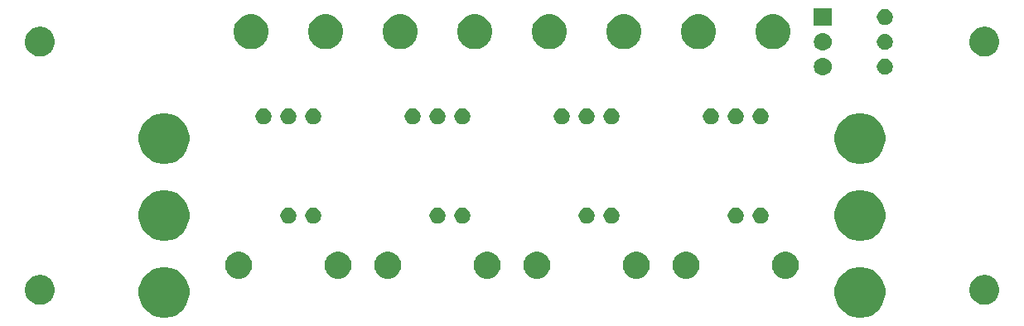
<source format=gbr>
G04 #@! TF.GenerationSoftware,KiCad,Pcbnew,(5.0.2)-1*
G04 #@! TF.CreationDate,2019-04-02T18:39:04-05:00*
G04 #@! TF.ProjectId,CameraPowerInjector_Hardware,43616d65-7261-4506-9f77-6572496e6a65,rev?*
G04 #@! TF.SameCoordinates,Original*
G04 #@! TF.FileFunction,Soldermask,Bot*
G04 #@! TF.FilePolarity,Negative*
%FSLAX46Y46*%
G04 Gerber Fmt 4.6, Leading zero omitted, Abs format (unit mm)*
G04 Created by KiCad (PCBNEW (5.0.2)-1) date 4/2/2019 6:39:04 PM*
%MOMM*%
%LPD*%
G01*
G04 APERTURE LIST*
%ADD10C,0.100000*%
G04 APERTURE END LIST*
D10*
G36*
X64088908Y-124729380D02*
X64255767Y-124762570D01*
X64727299Y-124957885D01*
X65148803Y-125239526D01*
X65151669Y-125241441D01*
X65512559Y-125602331D01*
X65512561Y-125602334D01*
X65796115Y-126026701D01*
X65991430Y-126498233D01*
X66002803Y-126555408D01*
X66091000Y-126998807D01*
X66091000Y-127509193D01*
X66048674Y-127721979D01*
X65991430Y-128009767D01*
X65796115Y-128481299D01*
X65767449Y-128524200D01*
X65512559Y-128905669D01*
X65151669Y-129266559D01*
X65151666Y-129266561D01*
X64727299Y-129550115D01*
X64255767Y-129745430D01*
X64088908Y-129778620D01*
X63755193Y-129845000D01*
X63244807Y-129845000D01*
X62911092Y-129778620D01*
X62744233Y-129745430D01*
X62272701Y-129550115D01*
X61848334Y-129266561D01*
X61848331Y-129266559D01*
X61487441Y-128905669D01*
X61232551Y-128524200D01*
X61203885Y-128481299D01*
X61008570Y-128009767D01*
X60951326Y-127721979D01*
X60909000Y-127509193D01*
X60909000Y-126998807D01*
X60997197Y-126555408D01*
X61008570Y-126498233D01*
X61203885Y-126026701D01*
X61487439Y-125602334D01*
X61487441Y-125602331D01*
X61848331Y-125241441D01*
X61851197Y-125239526D01*
X62272701Y-124957885D01*
X62744233Y-124762570D01*
X62911092Y-124729380D01*
X63244807Y-124663000D01*
X63755193Y-124663000D01*
X64088908Y-124729380D01*
X64088908Y-124729380D01*
G37*
G36*
X135208908Y-124729380D02*
X135375767Y-124762570D01*
X135847299Y-124957885D01*
X136268803Y-125239526D01*
X136271669Y-125241441D01*
X136632559Y-125602331D01*
X136632561Y-125602334D01*
X136916115Y-126026701D01*
X137111430Y-126498233D01*
X137122803Y-126555408D01*
X137211000Y-126998807D01*
X137211000Y-127509193D01*
X137168674Y-127721979D01*
X137111430Y-128009767D01*
X136916115Y-128481299D01*
X136887449Y-128524200D01*
X136632559Y-128905669D01*
X136271669Y-129266559D01*
X136271666Y-129266561D01*
X135847299Y-129550115D01*
X135375767Y-129745430D01*
X135208908Y-129778620D01*
X134875193Y-129845000D01*
X134364807Y-129845000D01*
X134031092Y-129778620D01*
X133864233Y-129745430D01*
X133392701Y-129550115D01*
X132968334Y-129266561D01*
X132968331Y-129266559D01*
X132607441Y-128905669D01*
X132352551Y-128524200D01*
X132323885Y-128481299D01*
X132128570Y-128009767D01*
X132071326Y-127721979D01*
X132029000Y-127509193D01*
X132029000Y-126998807D01*
X132117197Y-126555408D01*
X132128570Y-126498233D01*
X132323885Y-126026701D01*
X132607439Y-125602334D01*
X132607441Y-125602331D01*
X132968331Y-125241441D01*
X132971197Y-125239526D01*
X133392701Y-124957885D01*
X133864233Y-124762570D01*
X134031092Y-124729380D01*
X134364807Y-124663000D01*
X134875193Y-124663000D01*
X135208908Y-124729380D01*
X135208908Y-124729380D01*
G37*
G36*
X51097357Y-125505087D02*
X51244593Y-125534374D01*
X51521979Y-125649271D01*
X51716254Y-125779082D01*
X51771624Y-125816079D01*
X51983921Y-126028376D01*
X51983923Y-126028379D01*
X52150729Y-126278021D01*
X52265626Y-126555407D01*
X52324200Y-126849879D01*
X52324200Y-127150121D01*
X52265626Y-127444593D01*
X52150729Y-127721979D01*
X51985047Y-127969938D01*
X51983921Y-127971624D01*
X51771624Y-128183921D01*
X51771621Y-128183923D01*
X51521979Y-128350729D01*
X51244593Y-128465626D01*
X51165804Y-128481298D01*
X50950122Y-128524200D01*
X50649878Y-128524200D01*
X50434196Y-128481298D01*
X50355407Y-128465626D01*
X50078021Y-128350729D01*
X49828379Y-128183923D01*
X49828376Y-128183921D01*
X49616079Y-127971624D01*
X49614953Y-127969938D01*
X49449271Y-127721979D01*
X49334374Y-127444593D01*
X49275800Y-127150121D01*
X49275800Y-126849879D01*
X49334374Y-126555407D01*
X49449271Y-126278021D01*
X49616077Y-126028379D01*
X49616079Y-126028376D01*
X49828376Y-125816079D01*
X49883746Y-125779082D01*
X50078021Y-125649271D01*
X50355407Y-125534374D01*
X50502643Y-125505087D01*
X50649878Y-125475800D01*
X50950122Y-125475800D01*
X51097357Y-125505087D01*
X51097357Y-125505087D01*
G37*
G36*
X147617357Y-125505087D02*
X147764593Y-125534374D01*
X148041979Y-125649271D01*
X148236254Y-125779082D01*
X148291624Y-125816079D01*
X148503921Y-126028376D01*
X148503923Y-126028379D01*
X148670729Y-126278021D01*
X148785626Y-126555407D01*
X148844200Y-126849879D01*
X148844200Y-127150121D01*
X148785626Y-127444593D01*
X148670729Y-127721979D01*
X148505047Y-127969938D01*
X148503921Y-127971624D01*
X148291624Y-128183921D01*
X148291621Y-128183923D01*
X148041979Y-128350729D01*
X147764593Y-128465626D01*
X147685804Y-128481298D01*
X147470122Y-128524200D01*
X147169878Y-128524200D01*
X146954196Y-128481298D01*
X146875407Y-128465626D01*
X146598021Y-128350729D01*
X146348379Y-128183923D01*
X146348376Y-128183921D01*
X146136079Y-127971624D01*
X146134953Y-127969938D01*
X145969271Y-127721979D01*
X145854374Y-127444593D01*
X145795800Y-127150121D01*
X145795800Y-126849879D01*
X145854374Y-126555407D01*
X145969271Y-126278021D01*
X146136077Y-126028379D01*
X146136079Y-126028376D01*
X146348376Y-125816079D01*
X146403746Y-125779082D01*
X146598021Y-125649271D01*
X146875407Y-125534374D01*
X147022643Y-125505087D01*
X147169878Y-125475800D01*
X147470122Y-125475800D01*
X147617357Y-125505087D01*
X147617357Y-125505087D01*
G37*
G36*
X86760139Y-123140917D02*
X87009791Y-123244326D01*
X87234472Y-123394453D01*
X87425547Y-123585528D01*
X87575674Y-123810209D01*
X87679083Y-124059861D01*
X87731800Y-124324889D01*
X87731800Y-124595111D01*
X87679083Y-124860139D01*
X87575674Y-125109791D01*
X87425547Y-125334472D01*
X87234472Y-125525547D01*
X87009791Y-125675674D01*
X86760139Y-125779083D01*
X86495111Y-125831800D01*
X86224889Y-125831800D01*
X85959861Y-125779083D01*
X85710209Y-125675674D01*
X85485528Y-125525547D01*
X85294453Y-125334472D01*
X85144326Y-125109791D01*
X85040917Y-124860139D01*
X84988200Y-124595111D01*
X84988200Y-124324889D01*
X85040917Y-124059861D01*
X85144326Y-123810209D01*
X85294453Y-123585528D01*
X85485528Y-123394453D01*
X85710209Y-123244326D01*
X85959861Y-123140917D01*
X86224889Y-123088200D01*
X86495111Y-123088200D01*
X86760139Y-123140917D01*
X86760139Y-123140917D01*
G37*
G36*
X81680139Y-123140917D02*
X81929791Y-123244326D01*
X82154472Y-123394453D01*
X82345547Y-123585528D01*
X82495674Y-123810209D01*
X82599083Y-124059861D01*
X82651800Y-124324889D01*
X82651800Y-124595111D01*
X82599083Y-124860139D01*
X82495674Y-125109791D01*
X82345547Y-125334472D01*
X82154472Y-125525547D01*
X81929791Y-125675674D01*
X81680139Y-125779083D01*
X81415111Y-125831800D01*
X81144889Y-125831800D01*
X80879861Y-125779083D01*
X80630209Y-125675674D01*
X80405528Y-125525547D01*
X80214453Y-125334472D01*
X80064326Y-125109791D01*
X79960917Y-124860139D01*
X79908200Y-124595111D01*
X79908200Y-124324889D01*
X79960917Y-124059861D01*
X80064326Y-123810209D01*
X80214453Y-123585528D01*
X80405528Y-123394453D01*
X80630209Y-123244326D01*
X80879861Y-123140917D01*
X81144889Y-123088200D01*
X81415111Y-123088200D01*
X81680139Y-123140917D01*
X81680139Y-123140917D01*
G37*
G36*
X71520139Y-123140917D02*
X71769791Y-123244326D01*
X71994472Y-123394453D01*
X72185547Y-123585528D01*
X72335674Y-123810209D01*
X72439083Y-124059861D01*
X72491800Y-124324889D01*
X72491800Y-124595111D01*
X72439083Y-124860139D01*
X72335674Y-125109791D01*
X72185547Y-125334472D01*
X71994472Y-125525547D01*
X71769791Y-125675674D01*
X71520139Y-125779083D01*
X71255111Y-125831800D01*
X70984889Y-125831800D01*
X70719861Y-125779083D01*
X70470209Y-125675674D01*
X70245528Y-125525547D01*
X70054453Y-125334472D01*
X69904326Y-125109791D01*
X69800917Y-124860139D01*
X69748200Y-124595111D01*
X69748200Y-124324889D01*
X69800917Y-124059861D01*
X69904326Y-123810209D01*
X70054453Y-123585528D01*
X70245528Y-123394453D01*
X70470209Y-123244326D01*
X70719861Y-123140917D01*
X70984889Y-123088200D01*
X71255111Y-123088200D01*
X71520139Y-123140917D01*
X71520139Y-123140917D01*
G37*
G36*
X96920139Y-123140917D02*
X97169791Y-123244326D01*
X97394472Y-123394453D01*
X97585547Y-123585528D01*
X97735674Y-123810209D01*
X97839083Y-124059861D01*
X97891800Y-124324889D01*
X97891800Y-124595111D01*
X97839083Y-124860139D01*
X97735674Y-125109791D01*
X97585547Y-125334472D01*
X97394472Y-125525547D01*
X97169791Y-125675674D01*
X96920139Y-125779083D01*
X96655111Y-125831800D01*
X96384889Y-125831800D01*
X96119861Y-125779083D01*
X95870209Y-125675674D01*
X95645528Y-125525547D01*
X95454453Y-125334472D01*
X95304326Y-125109791D01*
X95200917Y-124860139D01*
X95148200Y-124595111D01*
X95148200Y-124324889D01*
X95200917Y-124059861D01*
X95304326Y-123810209D01*
X95454453Y-123585528D01*
X95645528Y-123394453D01*
X95870209Y-123244326D01*
X96119861Y-123140917D01*
X96384889Y-123088200D01*
X96655111Y-123088200D01*
X96920139Y-123140917D01*
X96920139Y-123140917D01*
G37*
G36*
X112160139Y-123140917D02*
X112409791Y-123244326D01*
X112634472Y-123394453D01*
X112825547Y-123585528D01*
X112975674Y-123810209D01*
X113079083Y-124059861D01*
X113131800Y-124324889D01*
X113131800Y-124595111D01*
X113079083Y-124860139D01*
X112975674Y-125109791D01*
X112825547Y-125334472D01*
X112634472Y-125525547D01*
X112409791Y-125675674D01*
X112160139Y-125779083D01*
X111895111Y-125831800D01*
X111624889Y-125831800D01*
X111359861Y-125779083D01*
X111110209Y-125675674D01*
X110885528Y-125525547D01*
X110694453Y-125334472D01*
X110544326Y-125109791D01*
X110440917Y-124860139D01*
X110388200Y-124595111D01*
X110388200Y-124324889D01*
X110440917Y-124059861D01*
X110544326Y-123810209D01*
X110694453Y-123585528D01*
X110885528Y-123394453D01*
X111110209Y-123244326D01*
X111359861Y-123140917D01*
X111624889Y-123088200D01*
X111895111Y-123088200D01*
X112160139Y-123140917D01*
X112160139Y-123140917D01*
G37*
G36*
X102000139Y-123140917D02*
X102249791Y-123244326D01*
X102474472Y-123394453D01*
X102665547Y-123585528D01*
X102815674Y-123810209D01*
X102919083Y-124059861D01*
X102971800Y-124324889D01*
X102971800Y-124595111D01*
X102919083Y-124860139D01*
X102815674Y-125109791D01*
X102665547Y-125334472D01*
X102474472Y-125525547D01*
X102249791Y-125675674D01*
X102000139Y-125779083D01*
X101735111Y-125831800D01*
X101464889Y-125831800D01*
X101199861Y-125779083D01*
X100950209Y-125675674D01*
X100725528Y-125525547D01*
X100534453Y-125334472D01*
X100384326Y-125109791D01*
X100280917Y-124860139D01*
X100228200Y-124595111D01*
X100228200Y-124324889D01*
X100280917Y-124059861D01*
X100384326Y-123810209D01*
X100534453Y-123585528D01*
X100725528Y-123394453D01*
X100950209Y-123244326D01*
X101199861Y-123140917D01*
X101464889Y-123088200D01*
X101735111Y-123088200D01*
X102000139Y-123140917D01*
X102000139Y-123140917D01*
G37*
G36*
X117240139Y-123140917D02*
X117489791Y-123244326D01*
X117714472Y-123394453D01*
X117905547Y-123585528D01*
X118055674Y-123810209D01*
X118159083Y-124059861D01*
X118211800Y-124324889D01*
X118211800Y-124595111D01*
X118159083Y-124860139D01*
X118055674Y-125109791D01*
X117905547Y-125334472D01*
X117714472Y-125525547D01*
X117489791Y-125675674D01*
X117240139Y-125779083D01*
X116975111Y-125831800D01*
X116704889Y-125831800D01*
X116439861Y-125779083D01*
X116190209Y-125675674D01*
X115965528Y-125525547D01*
X115774453Y-125334472D01*
X115624326Y-125109791D01*
X115520917Y-124860139D01*
X115468200Y-124595111D01*
X115468200Y-124324889D01*
X115520917Y-124059861D01*
X115624326Y-123810209D01*
X115774453Y-123585528D01*
X115965528Y-123394453D01*
X116190209Y-123244326D01*
X116439861Y-123140917D01*
X116704889Y-123088200D01*
X116975111Y-123088200D01*
X117240139Y-123140917D01*
X117240139Y-123140917D01*
G37*
G36*
X127400139Y-123140917D02*
X127649791Y-123244326D01*
X127874472Y-123394453D01*
X128065547Y-123585528D01*
X128215674Y-123810209D01*
X128319083Y-124059861D01*
X128371800Y-124324889D01*
X128371800Y-124595111D01*
X128319083Y-124860139D01*
X128215674Y-125109791D01*
X128065547Y-125334472D01*
X127874472Y-125525547D01*
X127649791Y-125675674D01*
X127400139Y-125779083D01*
X127135111Y-125831800D01*
X126864889Y-125831800D01*
X126599861Y-125779083D01*
X126350209Y-125675674D01*
X126125528Y-125525547D01*
X125934453Y-125334472D01*
X125784326Y-125109791D01*
X125680917Y-124860139D01*
X125628200Y-124595111D01*
X125628200Y-124324889D01*
X125680917Y-124059861D01*
X125784326Y-123810209D01*
X125934453Y-123585528D01*
X126125528Y-123394453D01*
X126350209Y-123244326D01*
X126599861Y-123140917D01*
X126864889Y-123088200D01*
X127135111Y-123088200D01*
X127400139Y-123140917D01*
X127400139Y-123140917D01*
G37*
G36*
X135208908Y-116855380D02*
X135375767Y-116888570D01*
X135847299Y-117083885D01*
X136268803Y-117365526D01*
X136271669Y-117367441D01*
X136632559Y-117728331D01*
X136632561Y-117728334D01*
X136916115Y-118152701D01*
X137111430Y-118624233D01*
X137111430Y-118624234D01*
X137211000Y-119124807D01*
X137211000Y-119635193D01*
X137158673Y-119898257D01*
X137111430Y-120135767D01*
X136916115Y-120607299D01*
X136634474Y-121028803D01*
X136632559Y-121031669D01*
X136271669Y-121392559D01*
X136271666Y-121392561D01*
X135847299Y-121676115D01*
X135375767Y-121871430D01*
X135208908Y-121904620D01*
X134875193Y-121971000D01*
X134364807Y-121971000D01*
X134031092Y-121904620D01*
X133864233Y-121871430D01*
X133392701Y-121676115D01*
X132968334Y-121392561D01*
X132968331Y-121392559D01*
X132607441Y-121031669D01*
X132605526Y-121028803D01*
X132323885Y-120607299D01*
X132128570Y-120135767D01*
X132081327Y-119898257D01*
X132029000Y-119635193D01*
X132029000Y-119124807D01*
X132128570Y-118624234D01*
X132128570Y-118624233D01*
X132323885Y-118152701D01*
X132607439Y-117728334D01*
X132607441Y-117728331D01*
X132968331Y-117367441D01*
X132971197Y-117365526D01*
X133392701Y-117083885D01*
X133864233Y-116888570D01*
X134031092Y-116855380D01*
X134364807Y-116789000D01*
X134875193Y-116789000D01*
X135208908Y-116855380D01*
X135208908Y-116855380D01*
G37*
G36*
X64088908Y-116855380D02*
X64255767Y-116888570D01*
X64727299Y-117083885D01*
X65148803Y-117365526D01*
X65151669Y-117367441D01*
X65512559Y-117728331D01*
X65512561Y-117728334D01*
X65796115Y-118152701D01*
X65991430Y-118624233D01*
X65991430Y-118624234D01*
X66091000Y-119124807D01*
X66091000Y-119635193D01*
X66038673Y-119898257D01*
X65991430Y-120135767D01*
X65796115Y-120607299D01*
X65514474Y-121028803D01*
X65512559Y-121031669D01*
X65151669Y-121392559D01*
X65151666Y-121392561D01*
X64727299Y-121676115D01*
X64255767Y-121871430D01*
X64088908Y-121904620D01*
X63755193Y-121971000D01*
X63244807Y-121971000D01*
X62911092Y-121904620D01*
X62744233Y-121871430D01*
X62272701Y-121676115D01*
X61848334Y-121392561D01*
X61848331Y-121392559D01*
X61487441Y-121031669D01*
X61485526Y-121028803D01*
X61203885Y-120607299D01*
X61008570Y-120135767D01*
X60961327Y-119898257D01*
X60909000Y-119635193D01*
X60909000Y-119124807D01*
X61008570Y-118624234D01*
X61008570Y-118624233D01*
X61203885Y-118152701D01*
X61487439Y-117728334D01*
X61487441Y-117728331D01*
X61848331Y-117367441D01*
X61851197Y-117365526D01*
X62272701Y-117083885D01*
X62744233Y-116888570D01*
X62911092Y-116855380D01*
X63244807Y-116789000D01*
X63755193Y-116789000D01*
X64088908Y-116855380D01*
X64088908Y-116855380D01*
G37*
G36*
X78977142Y-118598242D02*
X79125102Y-118659530D01*
X79258258Y-118748502D01*
X79371498Y-118861742D01*
X79460470Y-118994898D01*
X79521758Y-119142858D01*
X79553000Y-119299925D01*
X79553000Y-119460075D01*
X79521758Y-119617142D01*
X79460470Y-119765102D01*
X79371498Y-119898258D01*
X79258258Y-120011498D01*
X79125102Y-120100470D01*
X78977142Y-120161758D01*
X78820075Y-120193000D01*
X78659925Y-120193000D01*
X78502858Y-120161758D01*
X78354898Y-120100470D01*
X78221742Y-120011498D01*
X78108502Y-119898258D01*
X78019530Y-119765102D01*
X77958242Y-119617142D01*
X77927000Y-119460075D01*
X77927000Y-119299925D01*
X77958242Y-119142858D01*
X78019530Y-118994898D01*
X78108502Y-118861742D01*
X78221742Y-118748502D01*
X78354898Y-118659530D01*
X78502858Y-118598242D01*
X78659925Y-118567000D01*
X78820075Y-118567000D01*
X78977142Y-118598242D01*
X78977142Y-118598242D01*
G37*
G36*
X94217142Y-118598242D02*
X94365102Y-118659530D01*
X94498258Y-118748502D01*
X94611498Y-118861742D01*
X94700470Y-118994898D01*
X94761758Y-119142858D01*
X94793000Y-119299925D01*
X94793000Y-119460075D01*
X94761758Y-119617142D01*
X94700470Y-119765102D01*
X94611498Y-119898258D01*
X94498258Y-120011498D01*
X94365102Y-120100470D01*
X94217142Y-120161758D01*
X94060075Y-120193000D01*
X93899925Y-120193000D01*
X93742858Y-120161758D01*
X93594898Y-120100470D01*
X93461742Y-120011498D01*
X93348502Y-119898258D01*
X93259530Y-119765102D01*
X93198242Y-119617142D01*
X93167000Y-119460075D01*
X93167000Y-119299925D01*
X93198242Y-119142858D01*
X93259530Y-118994898D01*
X93348502Y-118861742D01*
X93461742Y-118748502D01*
X93594898Y-118659530D01*
X93742858Y-118598242D01*
X93899925Y-118567000D01*
X94060075Y-118567000D01*
X94217142Y-118598242D01*
X94217142Y-118598242D01*
G37*
G36*
X91677142Y-118598242D02*
X91825102Y-118659530D01*
X91958258Y-118748502D01*
X92071498Y-118861742D01*
X92160470Y-118994898D01*
X92221758Y-119142858D01*
X92253000Y-119299925D01*
X92253000Y-119460075D01*
X92221758Y-119617142D01*
X92160470Y-119765102D01*
X92071498Y-119898258D01*
X91958258Y-120011498D01*
X91825102Y-120100470D01*
X91677142Y-120161758D01*
X91520075Y-120193000D01*
X91359925Y-120193000D01*
X91202858Y-120161758D01*
X91054898Y-120100470D01*
X90921742Y-120011498D01*
X90808502Y-119898258D01*
X90719530Y-119765102D01*
X90658242Y-119617142D01*
X90627000Y-119460075D01*
X90627000Y-119299925D01*
X90658242Y-119142858D01*
X90719530Y-118994898D01*
X90808502Y-118861742D01*
X90921742Y-118748502D01*
X91054898Y-118659530D01*
X91202858Y-118598242D01*
X91359925Y-118567000D01*
X91520075Y-118567000D01*
X91677142Y-118598242D01*
X91677142Y-118598242D01*
G37*
G36*
X106917142Y-118598242D02*
X107065102Y-118659530D01*
X107198258Y-118748502D01*
X107311498Y-118861742D01*
X107400470Y-118994898D01*
X107461758Y-119142858D01*
X107493000Y-119299925D01*
X107493000Y-119460075D01*
X107461758Y-119617142D01*
X107400470Y-119765102D01*
X107311498Y-119898258D01*
X107198258Y-120011498D01*
X107065102Y-120100470D01*
X106917142Y-120161758D01*
X106760075Y-120193000D01*
X106599925Y-120193000D01*
X106442858Y-120161758D01*
X106294898Y-120100470D01*
X106161742Y-120011498D01*
X106048502Y-119898258D01*
X105959530Y-119765102D01*
X105898242Y-119617142D01*
X105867000Y-119460075D01*
X105867000Y-119299925D01*
X105898242Y-119142858D01*
X105959530Y-118994898D01*
X106048502Y-118861742D01*
X106161742Y-118748502D01*
X106294898Y-118659530D01*
X106442858Y-118598242D01*
X106599925Y-118567000D01*
X106760075Y-118567000D01*
X106917142Y-118598242D01*
X106917142Y-118598242D01*
G37*
G36*
X124697142Y-118598242D02*
X124845102Y-118659530D01*
X124978258Y-118748502D01*
X125091498Y-118861742D01*
X125180470Y-118994898D01*
X125241758Y-119142858D01*
X125273000Y-119299925D01*
X125273000Y-119460075D01*
X125241758Y-119617142D01*
X125180470Y-119765102D01*
X125091498Y-119898258D01*
X124978258Y-120011498D01*
X124845102Y-120100470D01*
X124697142Y-120161758D01*
X124540075Y-120193000D01*
X124379925Y-120193000D01*
X124222858Y-120161758D01*
X124074898Y-120100470D01*
X123941742Y-120011498D01*
X123828502Y-119898258D01*
X123739530Y-119765102D01*
X123678242Y-119617142D01*
X123647000Y-119460075D01*
X123647000Y-119299925D01*
X123678242Y-119142858D01*
X123739530Y-118994898D01*
X123828502Y-118861742D01*
X123941742Y-118748502D01*
X124074898Y-118659530D01*
X124222858Y-118598242D01*
X124379925Y-118567000D01*
X124540075Y-118567000D01*
X124697142Y-118598242D01*
X124697142Y-118598242D01*
G37*
G36*
X122157142Y-118598242D02*
X122305102Y-118659530D01*
X122438258Y-118748502D01*
X122551498Y-118861742D01*
X122640470Y-118994898D01*
X122701758Y-119142858D01*
X122733000Y-119299925D01*
X122733000Y-119460075D01*
X122701758Y-119617142D01*
X122640470Y-119765102D01*
X122551498Y-119898258D01*
X122438258Y-120011498D01*
X122305102Y-120100470D01*
X122157142Y-120161758D01*
X122000075Y-120193000D01*
X121839925Y-120193000D01*
X121682858Y-120161758D01*
X121534898Y-120100470D01*
X121401742Y-120011498D01*
X121288502Y-119898258D01*
X121199530Y-119765102D01*
X121138242Y-119617142D01*
X121107000Y-119460075D01*
X121107000Y-119299925D01*
X121138242Y-119142858D01*
X121199530Y-118994898D01*
X121288502Y-118861742D01*
X121401742Y-118748502D01*
X121534898Y-118659530D01*
X121682858Y-118598242D01*
X121839925Y-118567000D01*
X122000075Y-118567000D01*
X122157142Y-118598242D01*
X122157142Y-118598242D01*
G37*
G36*
X109457142Y-118598242D02*
X109605102Y-118659530D01*
X109738258Y-118748502D01*
X109851498Y-118861742D01*
X109940470Y-118994898D01*
X110001758Y-119142858D01*
X110033000Y-119299925D01*
X110033000Y-119460075D01*
X110001758Y-119617142D01*
X109940470Y-119765102D01*
X109851498Y-119898258D01*
X109738258Y-120011498D01*
X109605102Y-120100470D01*
X109457142Y-120161758D01*
X109300075Y-120193000D01*
X109139925Y-120193000D01*
X108982858Y-120161758D01*
X108834898Y-120100470D01*
X108701742Y-120011498D01*
X108588502Y-119898258D01*
X108499530Y-119765102D01*
X108438242Y-119617142D01*
X108407000Y-119460075D01*
X108407000Y-119299925D01*
X108438242Y-119142858D01*
X108499530Y-118994898D01*
X108588502Y-118861742D01*
X108701742Y-118748502D01*
X108834898Y-118659530D01*
X108982858Y-118598242D01*
X109139925Y-118567000D01*
X109300075Y-118567000D01*
X109457142Y-118598242D01*
X109457142Y-118598242D01*
G37*
G36*
X76437142Y-118598242D02*
X76585102Y-118659530D01*
X76718258Y-118748502D01*
X76831498Y-118861742D01*
X76920470Y-118994898D01*
X76981758Y-119142858D01*
X77013000Y-119299925D01*
X77013000Y-119460075D01*
X76981758Y-119617142D01*
X76920470Y-119765102D01*
X76831498Y-119898258D01*
X76718258Y-120011498D01*
X76585102Y-120100470D01*
X76437142Y-120161758D01*
X76280075Y-120193000D01*
X76119925Y-120193000D01*
X75962858Y-120161758D01*
X75814898Y-120100470D01*
X75681742Y-120011498D01*
X75568502Y-119898258D01*
X75479530Y-119765102D01*
X75418242Y-119617142D01*
X75387000Y-119460075D01*
X75387000Y-119299925D01*
X75418242Y-119142858D01*
X75479530Y-118994898D01*
X75568502Y-118861742D01*
X75681742Y-118748502D01*
X75814898Y-118659530D01*
X75962858Y-118598242D01*
X76119925Y-118567000D01*
X76280075Y-118567000D01*
X76437142Y-118598242D01*
X76437142Y-118598242D01*
G37*
G36*
X64088908Y-108981380D02*
X64255767Y-109014570D01*
X64727299Y-109209885D01*
X64862277Y-109300075D01*
X65151669Y-109493441D01*
X65512559Y-109854331D01*
X65512561Y-109854334D01*
X65796115Y-110278701D01*
X65991430Y-110750233D01*
X66091000Y-111250809D01*
X66091000Y-111761191D01*
X65991430Y-112261767D01*
X65796115Y-112733299D01*
X65514474Y-113154803D01*
X65512559Y-113157669D01*
X65151669Y-113518559D01*
X65151666Y-113518561D01*
X64727299Y-113802115D01*
X64255767Y-113997430D01*
X64088908Y-114030620D01*
X63755193Y-114097000D01*
X63244807Y-114097000D01*
X62911092Y-114030620D01*
X62744233Y-113997430D01*
X62272701Y-113802115D01*
X61848334Y-113518561D01*
X61848331Y-113518559D01*
X61487441Y-113157669D01*
X61485526Y-113154803D01*
X61203885Y-112733299D01*
X61008570Y-112261767D01*
X60909000Y-111761191D01*
X60909000Y-111250809D01*
X61008570Y-110750233D01*
X61203885Y-110278701D01*
X61487439Y-109854334D01*
X61487441Y-109854331D01*
X61848331Y-109493441D01*
X62137723Y-109300075D01*
X62272701Y-109209885D01*
X62744233Y-109014570D01*
X62911092Y-108981380D01*
X63244807Y-108915000D01*
X63755193Y-108915000D01*
X64088908Y-108981380D01*
X64088908Y-108981380D01*
G37*
G36*
X135208908Y-108981380D02*
X135375767Y-109014570D01*
X135847299Y-109209885D01*
X135982277Y-109300075D01*
X136271669Y-109493441D01*
X136632559Y-109854331D01*
X136632561Y-109854334D01*
X136916115Y-110278701D01*
X137111430Y-110750233D01*
X137211000Y-111250809D01*
X137211000Y-111761191D01*
X137111430Y-112261767D01*
X136916115Y-112733299D01*
X136634474Y-113154803D01*
X136632559Y-113157669D01*
X136271669Y-113518559D01*
X136271666Y-113518561D01*
X135847299Y-113802115D01*
X135375767Y-113997430D01*
X135208908Y-114030620D01*
X134875193Y-114097000D01*
X134364807Y-114097000D01*
X134031092Y-114030620D01*
X133864233Y-113997430D01*
X133392701Y-113802115D01*
X132968334Y-113518561D01*
X132968331Y-113518559D01*
X132607441Y-113157669D01*
X132605526Y-113154803D01*
X132323885Y-112733299D01*
X132128570Y-112261767D01*
X132029000Y-111761191D01*
X132029000Y-111250809D01*
X132128570Y-110750233D01*
X132323885Y-110278701D01*
X132607439Y-109854334D01*
X132607441Y-109854331D01*
X132968331Y-109493441D01*
X133257723Y-109300075D01*
X133392701Y-109209885D01*
X133864233Y-109014570D01*
X134031092Y-108981380D01*
X134364807Y-108915000D01*
X134875193Y-108915000D01*
X135208908Y-108981380D01*
X135208908Y-108981380D01*
G37*
G36*
X76437142Y-108438242D02*
X76585102Y-108499530D01*
X76718258Y-108588502D01*
X76831498Y-108701742D01*
X76920470Y-108834898D01*
X76981758Y-108982858D01*
X77013000Y-109139925D01*
X77013000Y-109300075D01*
X76981758Y-109457142D01*
X76966723Y-109493439D01*
X76920471Y-109605100D01*
X76831499Y-109738257D01*
X76718257Y-109851499D01*
X76714014Y-109854334D01*
X76585102Y-109940470D01*
X76437142Y-110001758D01*
X76280075Y-110033000D01*
X76119925Y-110033000D01*
X75962858Y-110001758D01*
X75814898Y-109940470D01*
X75685986Y-109854334D01*
X75681743Y-109851499D01*
X75568501Y-109738257D01*
X75479529Y-109605100D01*
X75433277Y-109493439D01*
X75418242Y-109457142D01*
X75387000Y-109300075D01*
X75387000Y-109139925D01*
X75418242Y-108982858D01*
X75479530Y-108834898D01*
X75568502Y-108701742D01*
X75681742Y-108588502D01*
X75814898Y-108499530D01*
X75962858Y-108438242D01*
X76119925Y-108407000D01*
X76280075Y-108407000D01*
X76437142Y-108438242D01*
X76437142Y-108438242D01*
G37*
G36*
X124697142Y-108438242D02*
X124845102Y-108499530D01*
X124978258Y-108588502D01*
X125091498Y-108701742D01*
X125180470Y-108834898D01*
X125241758Y-108982858D01*
X125273000Y-109139925D01*
X125273000Y-109300075D01*
X125241758Y-109457142D01*
X125226723Y-109493439D01*
X125180471Y-109605100D01*
X125091499Y-109738257D01*
X124978257Y-109851499D01*
X124974014Y-109854334D01*
X124845102Y-109940470D01*
X124697142Y-110001758D01*
X124540075Y-110033000D01*
X124379925Y-110033000D01*
X124222858Y-110001758D01*
X124074898Y-109940470D01*
X123945986Y-109854334D01*
X123941743Y-109851499D01*
X123828501Y-109738257D01*
X123739529Y-109605100D01*
X123693277Y-109493439D01*
X123678242Y-109457142D01*
X123647000Y-109300075D01*
X123647000Y-109139925D01*
X123678242Y-108982858D01*
X123739530Y-108834898D01*
X123828502Y-108701742D01*
X123941742Y-108588502D01*
X124074898Y-108499530D01*
X124222858Y-108438242D01*
X124379925Y-108407000D01*
X124540075Y-108407000D01*
X124697142Y-108438242D01*
X124697142Y-108438242D01*
G37*
G36*
X122157142Y-108438242D02*
X122305102Y-108499530D01*
X122438258Y-108588502D01*
X122551498Y-108701742D01*
X122640470Y-108834898D01*
X122701758Y-108982858D01*
X122733000Y-109139925D01*
X122733000Y-109300075D01*
X122701758Y-109457142D01*
X122686723Y-109493439D01*
X122640471Y-109605100D01*
X122551499Y-109738257D01*
X122438257Y-109851499D01*
X122434014Y-109854334D01*
X122305102Y-109940470D01*
X122157142Y-110001758D01*
X122000075Y-110033000D01*
X121839925Y-110033000D01*
X121682858Y-110001758D01*
X121534898Y-109940470D01*
X121405986Y-109854334D01*
X121401743Y-109851499D01*
X121288501Y-109738257D01*
X121199529Y-109605100D01*
X121153277Y-109493439D01*
X121138242Y-109457142D01*
X121107000Y-109300075D01*
X121107000Y-109139925D01*
X121138242Y-108982858D01*
X121199530Y-108834898D01*
X121288502Y-108701742D01*
X121401742Y-108588502D01*
X121534898Y-108499530D01*
X121682858Y-108438242D01*
X121839925Y-108407000D01*
X122000075Y-108407000D01*
X122157142Y-108438242D01*
X122157142Y-108438242D01*
G37*
G36*
X119617142Y-108438242D02*
X119765102Y-108499530D01*
X119898258Y-108588502D01*
X120011498Y-108701742D01*
X120100470Y-108834898D01*
X120161758Y-108982858D01*
X120193000Y-109139925D01*
X120193000Y-109300075D01*
X120161758Y-109457142D01*
X120146723Y-109493439D01*
X120100471Y-109605100D01*
X120011499Y-109738257D01*
X119898257Y-109851499D01*
X119894014Y-109854334D01*
X119765102Y-109940470D01*
X119617142Y-110001758D01*
X119460075Y-110033000D01*
X119299925Y-110033000D01*
X119142858Y-110001758D01*
X118994898Y-109940470D01*
X118865986Y-109854334D01*
X118861743Y-109851499D01*
X118748501Y-109738257D01*
X118659529Y-109605100D01*
X118613277Y-109493439D01*
X118598242Y-109457142D01*
X118567000Y-109300075D01*
X118567000Y-109139925D01*
X118598242Y-108982858D01*
X118659530Y-108834898D01*
X118748502Y-108701742D01*
X118861742Y-108588502D01*
X118994898Y-108499530D01*
X119142858Y-108438242D01*
X119299925Y-108407000D01*
X119460075Y-108407000D01*
X119617142Y-108438242D01*
X119617142Y-108438242D01*
G37*
G36*
X104377142Y-108438242D02*
X104525102Y-108499530D01*
X104658258Y-108588502D01*
X104771498Y-108701742D01*
X104860470Y-108834898D01*
X104921758Y-108982858D01*
X104953000Y-109139925D01*
X104953000Y-109300075D01*
X104921758Y-109457142D01*
X104906723Y-109493439D01*
X104860471Y-109605100D01*
X104771499Y-109738257D01*
X104658257Y-109851499D01*
X104654014Y-109854334D01*
X104525102Y-109940470D01*
X104377142Y-110001758D01*
X104220075Y-110033000D01*
X104059925Y-110033000D01*
X103902858Y-110001758D01*
X103754898Y-109940470D01*
X103625986Y-109854334D01*
X103621743Y-109851499D01*
X103508501Y-109738257D01*
X103419529Y-109605100D01*
X103373277Y-109493439D01*
X103358242Y-109457142D01*
X103327000Y-109300075D01*
X103327000Y-109139925D01*
X103358242Y-108982858D01*
X103419530Y-108834898D01*
X103508502Y-108701742D01*
X103621742Y-108588502D01*
X103754898Y-108499530D01*
X103902858Y-108438242D01*
X104059925Y-108407000D01*
X104220075Y-108407000D01*
X104377142Y-108438242D01*
X104377142Y-108438242D01*
G37*
G36*
X106917142Y-108438242D02*
X107065102Y-108499530D01*
X107198258Y-108588502D01*
X107311498Y-108701742D01*
X107400470Y-108834898D01*
X107461758Y-108982858D01*
X107493000Y-109139925D01*
X107493000Y-109300075D01*
X107461758Y-109457142D01*
X107446723Y-109493439D01*
X107400471Y-109605100D01*
X107311499Y-109738257D01*
X107198257Y-109851499D01*
X107194014Y-109854334D01*
X107065102Y-109940470D01*
X106917142Y-110001758D01*
X106760075Y-110033000D01*
X106599925Y-110033000D01*
X106442858Y-110001758D01*
X106294898Y-109940470D01*
X106165986Y-109854334D01*
X106161743Y-109851499D01*
X106048501Y-109738257D01*
X105959529Y-109605100D01*
X105913277Y-109493439D01*
X105898242Y-109457142D01*
X105867000Y-109300075D01*
X105867000Y-109139925D01*
X105898242Y-108982858D01*
X105959530Y-108834898D01*
X106048502Y-108701742D01*
X106161742Y-108588502D01*
X106294898Y-108499530D01*
X106442858Y-108438242D01*
X106599925Y-108407000D01*
X106760075Y-108407000D01*
X106917142Y-108438242D01*
X106917142Y-108438242D01*
G37*
G36*
X94217142Y-108438242D02*
X94365102Y-108499530D01*
X94498258Y-108588502D01*
X94611498Y-108701742D01*
X94700470Y-108834898D01*
X94761758Y-108982858D01*
X94793000Y-109139925D01*
X94793000Y-109300075D01*
X94761758Y-109457142D01*
X94746723Y-109493439D01*
X94700471Y-109605100D01*
X94611499Y-109738257D01*
X94498257Y-109851499D01*
X94494014Y-109854334D01*
X94365102Y-109940470D01*
X94217142Y-110001758D01*
X94060075Y-110033000D01*
X93899925Y-110033000D01*
X93742858Y-110001758D01*
X93594898Y-109940470D01*
X93465986Y-109854334D01*
X93461743Y-109851499D01*
X93348501Y-109738257D01*
X93259529Y-109605100D01*
X93213277Y-109493439D01*
X93198242Y-109457142D01*
X93167000Y-109300075D01*
X93167000Y-109139925D01*
X93198242Y-108982858D01*
X93259530Y-108834898D01*
X93348502Y-108701742D01*
X93461742Y-108588502D01*
X93594898Y-108499530D01*
X93742858Y-108438242D01*
X93899925Y-108407000D01*
X94060075Y-108407000D01*
X94217142Y-108438242D01*
X94217142Y-108438242D01*
G37*
G36*
X89137142Y-108438242D02*
X89285102Y-108499530D01*
X89418258Y-108588502D01*
X89531498Y-108701742D01*
X89620470Y-108834898D01*
X89681758Y-108982858D01*
X89713000Y-109139925D01*
X89713000Y-109300075D01*
X89681758Y-109457142D01*
X89666723Y-109493439D01*
X89620471Y-109605100D01*
X89531499Y-109738257D01*
X89418257Y-109851499D01*
X89414014Y-109854334D01*
X89285102Y-109940470D01*
X89137142Y-110001758D01*
X88980075Y-110033000D01*
X88819925Y-110033000D01*
X88662858Y-110001758D01*
X88514898Y-109940470D01*
X88385986Y-109854334D01*
X88381743Y-109851499D01*
X88268501Y-109738257D01*
X88179529Y-109605100D01*
X88133277Y-109493439D01*
X88118242Y-109457142D01*
X88087000Y-109300075D01*
X88087000Y-109139925D01*
X88118242Y-108982858D01*
X88179530Y-108834898D01*
X88268502Y-108701742D01*
X88381742Y-108588502D01*
X88514898Y-108499530D01*
X88662858Y-108438242D01*
X88819925Y-108407000D01*
X88980075Y-108407000D01*
X89137142Y-108438242D01*
X89137142Y-108438242D01*
G37*
G36*
X73897142Y-108438242D02*
X74045102Y-108499530D01*
X74178258Y-108588502D01*
X74291498Y-108701742D01*
X74380470Y-108834898D01*
X74441758Y-108982858D01*
X74473000Y-109139925D01*
X74473000Y-109300075D01*
X74441758Y-109457142D01*
X74426723Y-109493439D01*
X74380471Y-109605100D01*
X74291499Y-109738257D01*
X74178257Y-109851499D01*
X74174014Y-109854334D01*
X74045102Y-109940470D01*
X73897142Y-110001758D01*
X73740075Y-110033000D01*
X73579925Y-110033000D01*
X73422858Y-110001758D01*
X73274898Y-109940470D01*
X73145986Y-109854334D01*
X73141743Y-109851499D01*
X73028501Y-109738257D01*
X72939529Y-109605100D01*
X72893277Y-109493439D01*
X72878242Y-109457142D01*
X72847000Y-109300075D01*
X72847000Y-109139925D01*
X72878242Y-108982858D01*
X72939530Y-108834898D01*
X73028502Y-108701742D01*
X73141742Y-108588502D01*
X73274898Y-108499530D01*
X73422858Y-108438242D01*
X73579925Y-108407000D01*
X73740075Y-108407000D01*
X73897142Y-108438242D01*
X73897142Y-108438242D01*
G37*
G36*
X78977142Y-108438242D02*
X79125102Y-108499530D01*
X79258258Y-108588502D01*
X79371498Y-108701742D01*
X79460470Y-108834898D01*
X79521758Y-108982858D01*
X79553000Y-109139925D01*
X79553000Y-109300075D01*
X79521758Y-109457142D01*
X79506723Y-109493439D01*
X79460471Y-109605100D01*
X79371499Y-109738257D01*
X79258257Y-109851499D01*
X79254014Y-109854334D01*
X79125102Y-109940470D01*
X78977142Y-110001758D01*
X78820075Y-110033000D01*
X78659925Y-110033000D01*
X78502858Y-110001758D01*
X78354898Y-109940470D01*
X78225986Y-109854334D01*
X78221743Y-109851499D01*
X78108501Y-109738257D01*
X78019529Y-109605100D01*
X77973277Y-109493439D01*
X77958242Y-109457142D01*
X77927000Y-109300075D01*
X77927000Y-109139925D01*
X77958242Y-108982858D01*
X78019530Y-108834898D01*
X78108502Y-108701742D01*
X78221742Y-108588502D01*
X78354898Y-108499530D01*
X78502858Y-108438242D01*
X78659925Y-108407000D01*
X78820075Y-108407000D01*
X78977142Y-108438242D01*
X78977142Y-108438242D01*
G37*
G36*
X91677142Y-108438242D02*
X91825102Y-108499530D01*
X91958258Y-108588502D01*
X92071498Y-108701742D01*
X92160470Y-108834898D01*
X92221758Y-108982858D01*
X92253000Y-109139925D01*
X92253000Y-109300075D01*
X92221758Y-109457142D01*
X92206723Y-109493439D01*
X92160471Y-109605100D01*
X92071499Y-109738257D01*
X91958257Y-109851499D01*
X91954014Y-109854334D01*
X91825102Y-109940470D01*
X91677142Y-110001758D01*
X91520075Y-110033000D01*
X91359925Y-110033000D01*
X91202858Y-110001758D01*
X91054898Y-109940470D01*
X90925986Y-109854334D01*
X90921743Y-109851499D01*
X90808501Y-109738257D01*
X90719529Y-109605100D01*
X90673277Y-109493439D01*
X90658242Y-109457142D01*
X90627000Y-109300075D01*
X90627000Y-109139925D01*
X90658242Y-108982858D01*
X90719530Y-108834898D01*
X90808502Y-108701742D01*
X90921742Y-108588502D01*
X91054898Y-108499530D01*
X91202858Y-108438242D01*
X91359925Y-108407000D01*
X91520075Y-108407000D01*
X91677142Y-108438242D01*
X91677142Y-108438242D01*
G37*
G36*
X109457142Y-108438242D02*
X109605102Y-108499530D01*
X109738258Y-108588502D01*
X109851498Y-108701742D01*
X109940470Y-108834898D01*
X110001758Y-108982858D01*
X110033000Y-109139925D01*
X110033000Y-109300075D01*
X110001758Y-109457142D01*
X109986723Y-109493439D01*
X109940471Y-109605100D01*
X109851499Y-109738257D01*
X109738257Y-109851499D01*
X109734014Y-109854334D01*
X109605102Y-109940470D01*
X109457142Y-110001758D01*
X109300075Y-110033000D01*
X109139925Y-110033000D01*
X108982858Y-110001758D01*
X108834898Y-109940470D01*
X108705986Y-109854334D01*
X108701743Y-109851499D01*
X108588501Y-109738257D01*
X108499529Y-109605100D01*
X108453277Y-109493439D01*
X108438242Y-109457142D01*
X108407000Y-109300075D01*
X108407000Y-109139925D01*
X108438242Y-108982858D01*
X108499530Y-108834898D01*
X108588502Y-108701742D01*
X108701742Y-108588502D01*
X108834898Y-108499530D01*
X108982858Y-108438242D01*
X109139925Y-108407000D01*
X109300075Y-108407000D01*
X109457142Y-108438242D01*
X109457142Y-108438242D01*
G37*
G36*
X130920443Y-103245519D02*
X130986627Y-103252037D01*
X131099853Y-103286384D01*
X131156467Y-103303557D01*
X131258774Y-103358242D01*
X131312991Y-103387222D01*
X131348729Y-103416552D01*
X131450186Y-103499814D01*
X131533448Y-103601271D01*
X131562778Y-103637009D01*
X131562779Y-103637011D01*
X131646443Y-103793533D01*
X131646443Y-103793534D01*
X131697963Y-103963373D01*
X131715359Y-104140000D01*
X131697963Y-104316627D01*
X131663616Y-104429853D01*
X131646443Y-104486467D01*
X131572348Y-104625087D01*
X131562778Y-104642991D01*
X131533448Y-104678729D01*
X131450186Y-104780186D01*
X131352358Y-104860470D01*
X131312991Y-104892778D01*
X131312989Y-104892779D01*
X131156467Y-104976443D01*
X131099853Y-104993616D01*
X130986627Y-105027963D01*
X130920442Y-105034482D01*
X130854260Y-105041000D01*
X130765740Y-105041000D01*
X130699557Y-105034481D01*
X130633373Y-105027963D01*
X130520147Y-104993616D01*
X130463533Y-104976443D01*
X130307011Y-104892779D01*
X130307009Y-104892778D01*
X130267642Y-104860470D01*
X130169814Y-104780186D01*
X130086552Y-104678729D01*
X130057222Y-104642991D01*
X130047652Y-104625087D01*
X129973557Y-104486467D01*
X129956384Y-104429853D01*
X129922037Y-104316627D01*
X129904641Y-104140000D01*
X129922037Y-103963373D01*
X129973557Y-103793534D01*
X129973557Y-103793533D01*
X130057221Y-103637011D01*
X130057222Y-103637009D01*
X130086552Y-103601271D01*
X130169814Y-103499814D01*
X130271271Y-103416552D01*
X130307009Y-103387222D01*
X130361226Y-103358242D01*
X130463533Y-103303557D01*
X130520147Y-103286384D01*
X130633373Y-103252037D01*
X130699558Y-103245518D01*
X130765740Y-103239000D01*
X130854260Y-103239000D01*
X130920443Y-103245519D01*
X130920443Y-103245519D01*
G37*
G36*
X137397142Y-103358242D02*
X137545102Y-103419530D01*
X137612130Y-103464317D01*
X137678257Y-103508501D01*
X137791499Y-103621743D01*
X137835683Y-103687870D01*
X137880470Y-103754898D01*
X137941758Y-103902858D01*
X137973000Y-104059925D01*
X137973000Y-104220075D01*
X137941758Y-104377142D01*
X137896474Y-104486466D01*
X137880471Y-104525100D01*
X137791499Y-104658257D01*
X137678257Y-104771499D01*
X137612130Y-104815683D01*
X137545102Y-104860470D01*
X137397142Y-104921758D01*
X137240075Y-104953000D01*
X137079925Y-104953000D01*
X136922858Y-104921758D01*
X136774898Y-104860470D01*
X136707870Y-104815683D01*
X136641743Y-104771499D01*
X136528501Y-104658257D01*
X136439529Y-104525100D01*
X136423526Y-104486466D01*
X136378242Y-104377142D01*
X136347000Y-104220075D01*
X136347000Y-104059925D01*
X136378242Y-103902858D01*
X136439530Y-103754898D01*
X136484317Y-103687870D01*
X136528501Y-103621743D01*
X136641743Y-103508501D01*
X136707870Y-103464317D01*
X136774898Y-103419530D01*
X136922858Y-103358242D01*
X137079925Y-103327000D01*
X137240075Y-103327000D01*
X137397142Y-103358242D01*
X137397142Y-103358242D01*
G37*
G36*
X51097357Y-100105087D02*
X51244593Y-100134374D01*
X51521979Y-100249271D01*
X51761146Y-100409078D01*
X51771624Y-100416079D01*
X51983921Y-100628376D01*
X51983923Y-100628379D01*
X52150729Y-100878021D01*
X52265626Y-101155407D01*
X52265626Y-101155408D01*
X52324200Y-101449878D01*
X52324200Y-101750122D01*
X52306890Y-101837143D01*
X52265626Y-102044593D01*
X52150729Y-102321979D01*
X51985047Y-102569938D01*
X51983921Y-102571624D01*
X51771624Y-102783921D01*
X51771621Y-102783923D01*
X51521979Y-102950729D01*
X51244593Y-103065626D01*
X51097357Y-103094913D01*
X50950122Y-103124200D01*
X50649878Y-103124200D01*
X50502643Y-103094913D01*
X50355407Y-103065626D01*
X50078021Y-102950729D01*
X49828379Y-102783923D01*
X49828376Y-102783921D01*
X49616079Y-102571624D01*
X49614953Y-102569938D01*
X49449271Y-102321979D01*
X49334374Y-102044593D01*
X49293110Y-101837143D01*
X49275800Y-101750122D01*
X49275800Y-101449878D01*
X49334374Y-101155408D01*
X49334374Y-101155407D01*
X49449271Y-100878021D01*
X49616077Y-100628379D01*
X49616079Y-100628376D01*
X49828376Y-100416079D01*
X49838854Y-100409078D01*
X50078021Y-100249271D01*
X50355407Y-100134374D01*
X50502643Y-100105087D01*
X50649878Y-100075800D01*
X50950122Y-100075800D01*
X51097357Y-100105087D01*
X51097357Y-100105087D01*
G37*
G36*
X147617357Y-100105087D02*
X147764593Y-100134374D01*
X148041979Y-100249271D01*
X148281146Y-100409078D01*
X148291624Y-100416079D01*
X148503921Y-100628376D01*
X148503923Y-100628379D01*
X148670729Y-100878021D01*
X148785626Y-101155407D01*
X148785626Y-101155408D01*
X148844200Y-101449878D01*
X148844200Y-101750122D01*
X148826890Y-101837143D01*
X148785626Y-102044593D01*
X148670729Y-102321979D01*
X148505047Y-102569938D01*
X148503921Y-102571624D01*
X148291624Y-102783921D01*
X148291621Y-102783923D01*
X148041979Y-102950729D01*
X147764593Y-103065626D01*
X147617357Y-103094913D01*
X147470122Y-103124200D01*
X147169878Y-103124200D01*
X147022643Y-103094913D01*
X146875407Y-103065626D01*
X146598021Y-102950729D01*
X146348379Y-102783923D01*
X146348376Y-102783921D01*
X146136079Y-102571624D01*
X146134953Y-102569938D01*
X145969271Y-102321979D01*
X145854374Y-102044593D01*
X145813110Y-101837143D01*
X145795800Y-101750122D01*
X145795800Y-101449878D01*
X145854374Y-101155408D01*
X145854374Y-101155407D01*
X145969271Y-100878021D01*
X146136077Y-100628379D01*
X146136079Y-100628376D01*
X146348376Y-100416079D01*
X146358854Y-100409078D01*
X146598021Y-100249271D01*
X146875407Y-100134374D01*
X147022643Y-100105087D01*
X147169878Y-100075800D01*
X147470122Y-100075800D01*
X147617357Y-100105087D01*
X147617357Y-100105087D01*
G37*
G36*
X130920443Y-100705519D02*
X130986627Y-100712037D01*
X131099853Y-100746384D01*
X131156467Y-100763557D01*
X131258774Y-100818242D01*
X131312991Y-100847222D01*
X131348729Y-100876552D01*
X131450186Y-100959814D01*
X131533448Y-101061271D01*
X131562778Y-101097009D01*
X131565467Y-101102040D01*
X131646443Y-101253533D01*
X131646443Y-101253534D01*
X131697963Y-101423373D01*
X131715359Y-101600000D01*
X131697963Y-101776627D01*
X131663616Y-101889853D01*
X131646443Y-101946467D01*
X131593993Y-102044592D01*
X131562778Y-102102991D01*
X131533448Y-102138729D01*
X131450186Y-102240186D01*
X131352358Y-102320470D01*
X131312991Y-102352778D01*
X131312989Y-102352779D01*
X131156467Y-102436443D01*
X131099853Y-102453616D01*
X130986627Y-102487963D01*
X130920442Y-102494482D01*
X130854260Y-102501000D01*
X130765740Y-102501000D01*
X130699558Y-102494482D01*
X130633373Y-102487963D01*
X130520147Y-102453616D01*
X130463533Y-102436443D01*
X130307011Y-102352779D01*
X130307009Y-102352778D01*
X130267642Y-102320470D01*
X130169814Y-102240186D01*
X130086552Y-102138729D01*
X130057222Y-102102991D01*
X130026007Y-102044592D01*
X129973557Y-101946467D01*
X129956384Y-101889853D01*
X129922037Y-101776627D01*
X129904641Y-101600000D01*
X129922037Y-101423373D01*
X129973557Y-101253534D01*
X129973557Y-101253533D01*
X130054533Y-101102040D01*
X130057222Y-101097009D01*
X130086552Y-101061271D01*
X130169814Y-100959814D01*
X130271271Y-100876552D01*
X130307009Y-100847222D01*
X130361226Y-100818242D01*
X130463533Y-100763557D01*
X130520147Y-100746384D01*
X130633373Y-100712037D01*
X130699557Y-100705519D01*
X130765740Y-100699000D01*
X130854260Y-100699000D01*
X130920443Y-100705519D01*
X130920443Y-100705519D01*
G37*
G36*
X137397142Y-100818242D02*
X137511583Y-100865646D01*
X137541462Y-100878022D01*
X137545102Y-100879530D01*
X137612130Y-100924317D01*
X137678257Y-100968501D01*
X137791499Y-101081743D01*
X137805059Y-101102037D01*
X137880470Y-101214898D01*
X137941758Y-101362858D01*
X137973000Y-101519925D01*
X137973000Y-101680075D01*
X137941758Y-101837142D01*
X137896474Y-101946466D01*
X137880471Y-101985100D01*
X137791499Y-102118257D01*
X137678257Y-102231499D01*
X137612130Y-102275683D01*
X137545102Y-102320470D01*
X137545101Y-102320471D01*
X137545100Y-102320471D01*
X137541459Y-102321979D01*
X137397142Y-102381758D01*
X137240075Y-102413000D01*
X137079925Y-102413000D01*
X136922858Y-102381758D01*
X136778541Y-102321979D01*
X136774900Y-102320471D01*
X136774899Y-102320471D01*
X136774898Y-102320470D01*
X136707870Y-102275683D01*
X136641743Y-102231499D01*
X136528501Y-102118257D01*
X136439529Y-101985100D01*
X136423526Y-101946466D01*
X136378242Y-101837142D01*
X136347000Y-101680075D01*
X136347000Y-101519925D01*
X136378242Y-101362858D01*
X136439530Y-101214898D01*
X136514941Y-101102037D01*
X136528501Y-101081743D01*
X136641743Y-100968501D01*
X136707870Y-100924317D01*
X136774898Y-100879530D01*
X136778539Y-100878022D01*
X136808417Y-100865646D01*
X136922858Y-100818242D01*
X137079925Y-100787000D01*
X137240075Y-100787000D01*
X137397142Y-100818242D01*
X137397142Y-100818242D01*
G37*
G36*
X88148037Y-98876250D02*
X88148039Y-98876251D01*
X88148040Y-98876251D01*
X88471251Y-99010129D01*
X88471252Y-99010130D01*
X88762137Y-99204493D01*
X89009507Y-99451863D01*
X89009509Y-99451866D01*
X89203871Y-99742749D01*
X89294273Y-99961000D01*
X89337750Y-100065963D01*
X89406000Y-100409078D01*
X89406000Y-100758922D01*
X89338750Y-101097011D01*
X89337749Y-101102040D01*
X89203871Y-101425251D01*
X89187415Y-101449879D01*
X89009507Y-101716137D01*
X88762137Y-101963507D01*
X88762134Y-101963509D01*
X88471251Y-102157871D01*
X88148040Y-102291749D01*
X88148039Y-102291749D01*
X88148037Y-102291750D01*
X87804922Y-102360000D01*
X87455078Y-102360000D01*
X87111963Y-102291750D01*
X87111961Y-102291749D01*
X87111960Y-102291749D01*
X86788749Y-102157871D01*
X86497866Y-101963509D01*
X86497863Y-101963507D01*
X86250493Y-101716137D01*
X86072585Y-101449879D01*
X86056129Y-101425251D01*
X85922251Y-101102040D01*
X85921251Y-101097011D01*
X85854000Y-100758922D01*
X85854000Y-100409078D01*
X85922250Y-100065963D01*
X85965727Y-99961000D01*
X86056129Y-99742749D01*
X86250491Y-99451866D01*
X86250493Y-99451863D01*
X86497863Y-99204493D01*
X86788748Y-99010130D01*
X86788749Y-99010129D01*
X87111960Y-98876251D01*
X87111961Y-98876251D01*
X87111963Y-98876250D01*
X87455078Y-98808000D01*
X87804922Y-98808000D01*
X88148037Y-98876250D01*
X88148037Y-98876250D01*
G37*
G36*
X126248037Y-98876250D02*
X126248039Y-98876251D01*
X126248040Y-98876251D01*
X126571251Y-99010129D01*
X126571252Y-99010130D01*
X126862137Y-99204493D01*
X127109507Y-99451863D01*
X127109509Y-99451866D01*
X127303871Y-99742749D01*
X127394273Y-99961000D01*
X127437750Y-100065963D01*
X127506000Y-100409078D01*
X127506000Y-100758922D01*
X127438750Y-101097011D01*
X127437749Y-101102040D01*
X127303871Y-101425251D01*
X127287415Y-101449879D01*
X127109507Y-101716137D01*
X126862137Y-101963507D01*
X126862134Y-101963509D01*
X126571251Y-102157871D01*
X126248040Y-102291749D01*
X126248039Y-102291749D01*
X126248037Y-102291750D01*
X125904922Y-102360000D01*
X125555078Y-102360000D01*
X125211963Y-102291750D01*
X125211961Y-102291749D01*
X125211960Y-102291749D01*
X124888749Y-102157871D01*
X124597866Y-101963509D01*
X124597863Y-101963507D01*
X124350493Y-101716137D01*
X124172585Y-101449879D01*
X124156129Y-101425251D01*
X124022251Y-101102040D01*
X124021251Y-101097011D01*
X123954000Y-100758922D01*
X123954000Y-100409078D01*
X124022250Y-100065963D01*
X124065727Y-99961000D01*
X124156129Y-99742749D01*
X124350491Y-99451866D01*
X124350493Y-99451863D01*
X124597863Y-99204493D01*
X124888748Y-99010130D01*
X124888749Y-99010129D01*
X125211960Y-98876251D01*
X125211961Y-98876251D01*
X125211963Y-98876250D01*
X125555078Y-98808000D01*
X125904922Y-98808000D01*
X126248037Y-98876250D01*
X126248037Y-98876250D01*
G37*
G36*
X118628037Y-98876250D02*
X118628039Y-98876251D01*
X118628040Y-98876251D01*
X118951251Y-99010129D01*
X118951252Y-99010130D01*
X119242137Y-99204493D01*
X119489507Y-99451863D01*
X119489509Y-99451866D01*
X119683871Y-99742749D01*
X119774273Y-99961000D01*
X119817750Y-100065963D01*
X119886000Y-100409078D01*
X119886000Y-100758922D01*
X119818750Y-101097011D01*
X119817749Y-101102040D01*
X119683871Y-101425251D01*
X119667415Y-101449879D01*
X119489507Y-101716137D01*
X119242137Y-101963507D01*
X119242134Y-101963509D01*
X118951251Y-102157871D01*
X118628040Y-102291749D01*
X118628039Y-102291749D01*
X118628037Y-102291750D01*
X118284922Y-102360000D01*
X117935078Y-102360000D01*
X117591963Y-102291750D01*
X117591961Y-102291749D01*
X117591960Y-102291749D01*
X117268749Y-102157871D01*
X116977866Y-101963509D01*
X116977863Y-101963507D01*
X116730493Y-101716137D01*
X116552585Y-101449879D01*
X116536129Y-101425251D01*
X116402251Y-101102040D01*
X116401251Y-101097011D01*
X116334000Y-100758922D01*
X116334000Y-100409078D01*
X116402250Y-100065963D01*
X116445727Y-99961000D01*
X116536129Y-99742749D01*
X116730491Y-99451866D01*
X116730493Y-99451863D01*
X116977863Y-99204493D01*
X117268748Y-99010130D01*
X117268749Y-99010129D01*
X117591960Y-98876251D01*
X117591961Y-98876251D01*
X117591963Y-98876250D01*
X117935078Y-98808000D01*
X118284922Y-98808000D01*
X118628037Y-98876250D01*
X118628037Y-98876250D01*
G37*
G36*
X111008037Y-98876250D02*
X111008039Y-98876251D01*
X111008040Y-98876251D01*
X111331251Y-99010129D01*
X111331252Y-99010130D01*
X111622137Y-99204493D01*
X111869507Y-99451863D01*
X111869509Y-99451866D01*
X112063871Y-99742749D01*
X112154273Y-99961000D01*
X112197750Y-100065963D01*
X112266000Y-100409078D01*
X112266000Y-100758922D01*
X112198750Y-101097011D01*
X112197749Y-101102040D01*
X112063871Y-101425251D01*
X112047415Y-101449879D01*
X111869507Y-101716137D01*
X111622137Y-101963507D01*
X111622134Y-101963509D01*
X111331251Y-102157871D01*
X111008040Y-102291749D01*
X111008039Y-102291749D01*
X111008037Y-102291750D01*
X110664922Y-102360000D01*
X110315078Y-102360000D01*
X109971963Y-102291750D01*
X109971961Y-102291749D01*
X109971960Y-102291749D01*
X109648749Y-102157871D01*
X109357866Y-101963509D01*
X109357863Y-101963507D01*
X109110493Y-101716137D01*
X108932585Y-101449879D01*
X108916129Y-101425251D01*
X108782251Y-101102040D01*
X108781251Y-101097011D01*
X108714000Y-100758922D01*
X108714000Y-100409078D01*
X108782250Y-100065963D01*
X108825727Y-99961000D01*
X108916129Y-99742749D01*
X109110491Y-99451866D01*
X109110493Y-99451863D01*
X109357863Y-99204493D01*
X109648748Y-99010130D01*
X109648749Y-99010129D01*
X109971960Y-98876251D01*
X109971961Y-98876251D01*
X109971963Y-98876250D01*
X110315078Y-98808000D01*
X110664922Y-98808000D01*
X111008037Y-98876250D01*
X111008037Y-98876250D01*
G37*
G36*
X103388037Y-98876250D02*
X103388039Y-98876251D01*
X103388040Y-98876251D01*
X103711251Y-99010129D01*
X103711252Y-99010130D01*
X104002137Y-99204493D01*
X104249507Y-99451863D01*
X104249509Y-99451866D01*
X104443871Y-99742749D01*
X104534273Y-99961000D01*
X104577750Y-100065963D01*
X104646000Y-100409078D01*
X104646000Y-100758922D01*
X104578750Y-101097011D01*
X104577749Y-101102040D01*
X104443871Y-101425251D01*
X104427415Y-101449879D01*
X104249507Y-101716137D01*
X104002137Y-101963507D01*
X104002134Y-101963509D01*
X103711251Y-102157871D01*
X103388040Y-102291749D01*
X103388039Y-102291749D01*
X103388037Y-102291750D01*
X103044922Y-102360000D01*
X102695078Y-102360000D01*
X102351963Y-102291750D01*
X102351961Y-102291749D01*
X102351960Y-102291749D01*
X102028749Y-102157871D01*
X101737866Y-101963509D01*
X101737863Y-101963507D01*
X101490493Y-101716137D01*
X101312585Y-101449879D01*
X101296129Y-101425251D01*
X101162251Y-101102040D01*
X101161251Y-101097011D01*
X101094000Y-100758922D01*
X101094000Y-100409078D01*
X101162250Y-100065963D01*
X101205727Y-99961000D01*
X101296129Y-99742749D01*
X101490491Y-99451866D01*
X101490493Y-99451863D01*
X101737863Y-99204493D01*
X102028748Y-99010130D01*
X102028749Y-99010129D01*
X102351960Y-98876251D01*
X102351961Y-98876251D01*
X102351963Y-98876250D01*
X102695078Y-98808000D01*
X103044922Y-98808000D01*
X103388037Y-98876250D01*
X103388037Y-98876250D01*
G37*
G36*
X95768037Y-98876250D02*
X95768039Y-98876251D01*
X95768040Y-98876251D01*
X96091251Y-99010129D01*
X96091252Y-99010130D01*
X96382137Y-99204493D01*
X96629507Y-99451863D01*
X96629509Y-99451866D01*
X96823871Y-99742749D01*
X96914273Y-99961000D01*
X96957750Y-100065963D01*
X97026000Y-100409078D01*
X97026000Y-100758922D01*
X96958750Y-101097011D01*
X96957749Y-101102040D01*
X96823871Y-101425251D01*
X96807415Y-101449879D01*
X96629507Y-101716137D01*
X96382137Y-101963507D01*
X96382134Y-101963509D01*
X96091251Y-102157871D01*
X95768040Y-102291749D01*
X95768039Y-102291749D01*
X95768037Y-102291750D01*
X95424922Y-102360000D01*
X95075078Y-102360000D01*
X94731963Y-102291750D01*
X94731961Y-102291749D01*
X94731960Y-102291749D01*
X94408749Y-102157871D01*
X94117866Y-101963509D01*
X94117863Y-101963507D01*
X93870493Y-101716137D01*
X93692585Y-101449879D01*
X93676129Y-101425251D01*
X93542251Y-101102040D01*
X93541251Y-101097011D01*
X93474000Y-100758922D01*
X93474000Y-100409078D01*
X93542250Y-100065963D01*
X93585727Y-99961000D01*
X93676129Y-99742749D01*
X93870491Y-99451866D01*
X93870493Y-99451863D01*
X94117863Y-99204493D01*
X94408748Y-99010130D01*
X94408749Y-99010129D01*
X94731960Y-98876251D01*
X94731961Y-98876251D01*
X94731963Y-98876250D01*
X95075078Y-98808000D01*
X95424922Y-98808000D01*
X95768037Y-98876250D01*
X95768037Y-98876250D01*
G37*
G36*
X80528037Y-98876250D02*
X80528039Y-98876251D01*
X80528040Y-98876251D01*
X80851251Y-99010129D01*
X80851252Y-99010130D01*
X81142137Y-99204493D01*
X81389507Y-99451863D01*
X81389509Y-99451866D01*
X81583871Y-99742749D01*
X81674273Y-99961000D01*
X81717750Y-100065963D01*
X81786000Y-100409078D01*
X81786000Y-100758922D01*
X81718750Y-101097011D01*
X81717749Y-101102040D01*
X81583871Y-101425251D01*
X81567415Y-101449879D01*
X81389507Y-101716137D01*
X81142137Y-101963507D01*
X81142134Y-101963509D01*
X80851251Y-102157871D01*
X80528040Y-102291749D01*
X80528039Y-102291749D01*
X80528037Y-102291750D01*
X80184922Y-102360000D01*
X79835078Y-102360000D01*
X79491963Y-102291750D01*
X79491961Y-102291749D01*
X79491960Y-102291749D01*
X79168749Y-102157871D01*
X78877866Y-101963509D01*
X78877863Y-101963507D01*
X78630493Y-101716137D01*
X78452585Y-101449879D01*
X78436129Y-101425251D01*
X78302251Y-101102040D01*
X78301251Y-101097011D01*
X78234000Y-100758922D01*
X78234000Y-100409078D01*
X78302250Y-100065963D01*
X78345727Y-99961000D01*
X78436129Y-99742749D01*
X78630491Y-99451866D01*
X78630493Y-99451863D01*
X78877863Y-99204493D01*
X79168748Y-99010130D01*
X79168749Y-99010129D01*
X79491960Y-98876251D01*
X79491961Y-98876251D01*
X79491963Y-98876250D01*
X79835078Y-98808000D01*
X80184922Y-98808000D01*
X80528037Y-98876250D01*
X80528037Y-98876250D01*
G37*
G36*
X72908037Y-98876250D02*
X72908039Y-98876251D01*
X72908040Y-98876251D01*
X73231251Y-99010129D01*
X73231252Y-99010130D01*
X73522137Y-99204493D01*
X73769507Y-99451863D01*
X73769509Y-99451866D01*
X73963871Y-99742749D01*
X74054273Y-99961000D01*
X74097750Y-100065963D01*
X74166000Y-100409078D01*
X74166000Y-100758922D01*
X74098750Y-101097011D01*
X74097749Y-101102040D01*
X73963871Y-101425251D01*
X73947415Y-101449879D01*
X73769507Y-101716137D01*
X73522137Y-101963507D01*
X73522134Y-101963509D01*
X73231251Y-102157871D01*
X72908040Y-102291749D01*
X72908039Y-102291749D01*
X72908037Y-102291750D01*
X72564922Y-102360000D01*
X72215078Y-102360000D01*
X71871963Y-102291750D01*
X71871961Y-102291749D01*
X71871960Y-102291749D01*
X71548749Y-102157871D01*
X71257866Y-101963509D01*
X71257863Y-101963507D01*
X71010493Y-101716137D01*
X70832585Y-101449879D01*
X70816129Y-101425251D01*
X70682251Y-101102040D01*
X70681251Y-101097011D01*
X70614000Y-100758922D01*
X70614000Y-100409078D01*
X70682250Y-100065963D01*
X70725727Y-99961000D01*
X70816129Y-99742749D01*
X71010491Y-99451866D01*
X71010493Y-99451863D01*
X71257863Y-99204493D01*
X71548748Y-99010130D01*
X71548749Y-99010129D01*
X71871960Y-98876251D01*
X71871961Y-98876251D01*
X71871963Y-98876250D01*
X72215078Y-98808000D01*
X72564922Y-98808000D01*
X72908037Y-98876250D01*
X72908037Y-98876250D01*
G37*
G36*
X131711000Y-99961000D02*
X129909000Y-99961000D01*
X129909000Y-98159000D01*
X131711000Y-98159000D01*
X131711000Y-99961000D01*
X131711000Y-99961000D01*
G37*
G36*
X137397142Y-98278242D02*
X137545102Y-98339530D01*
X137678258Y-98428502D01*
X137791498Y-98541742D01*
X137880470Y-98674898D01*
X137941758Y-98822858D01*
X137973000Y-98979925D01*
X137973000Y-99140075D01*
X137941758Y-99297142D01*
X137880470Y-99445102D01*
X137791498Y-99578258D01*
X137678258Y-99691498D01*
X137545102Y-99780470D01*
X137397142Y-99841758D01*
X137240075Y-99873000D01*
X137079925Y-99873000D01*
X136922858Y-99841758D01*
X136774898Y-99780470D01*
X136641742Y-99691498D01*
X136528502Y-99578258D01*
X136439530Y-99445102D01*
X136378242Y-99297142D01*
X136347000Y-99140075D01*
X136347000Y-98979925D01*
X136378242Y-98822858D01*
X136439530Y-98674898D01*
X136528502Y-98541742D01*
X136641742Y-98428502D01*
X136774898Y-98339530D01*
X136922858Y-98278242D01*
X137079925Y-98247000D01*
X137240075Y-98247000D01*
X137397142Y-98278242D01*
X137397142Y-98278242D01*
G37*
M02*

</source>
